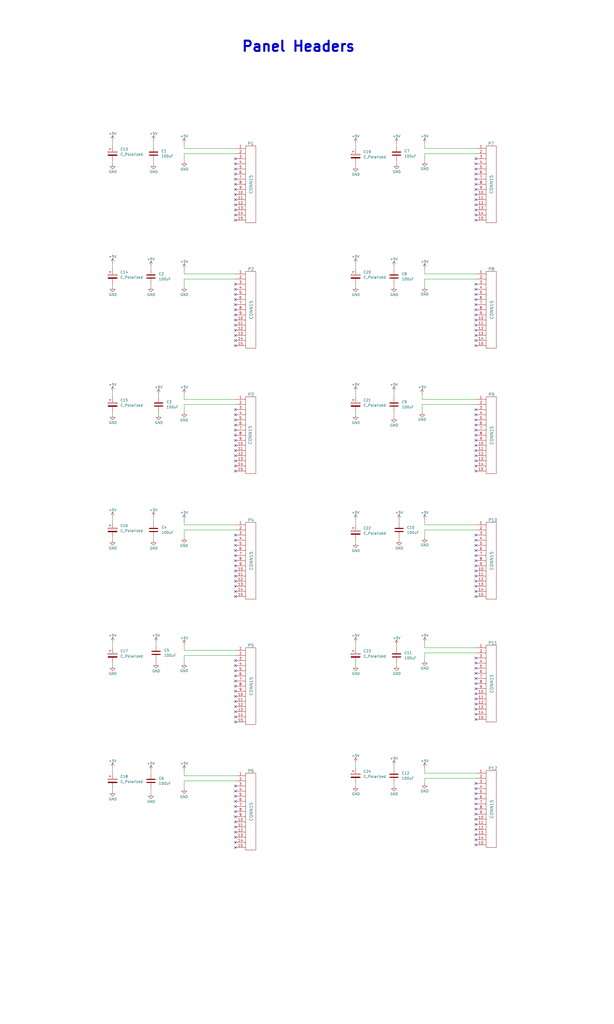
<source format=kicad_sch>
(kicad_sch (version 20250114) (generator "eeschema") (generator_version "9.0")
  (paper "User" 304.8 508)
  (title_block (title "Arena 12-12 Belt :: Modular LED Display") (date "2025-07-25") (rev "v12.2") (company "MCN-NET @ Janelia"))
  (lib_symbols
    (symbol "Device:C" (pin_numbers (hide yes)) (pin_names (offset 0.254))
      (property "Reference" "C" (at 0.635 2.54 0))
      (property "Value" "C" (at 0.635 -2.54 0))
      (symbol "C_0_1"
        (polyline (pts (xy -2.032 0.762) (xy 2.032 0.762)) (stroke (width 0.508)))
        (polyline (pts (xy -2.032 -0.762) (xy 2.032 -0.762)) (stroke (width 0.508)))
      )
      (symbol "C_1_1"
        (pin passive line (at 0 3.81 270) (length 2.794) (name "~") (number "1"))
        (pin passive line (at 0 -3.81 90) (length 2.794) (name "~") (number "2"))
      )
    )
    (symbol "Device:C_Polarized" (pin_numbers (hide yes)) (pin_names (offset 0.254))
      (property "Reference" "C" (at 0.635 2.54 0))
      (property "Value" "C_Polarized" (at 0.635 -2.54 0))
      (symbol "C_Polarized_0_1"
        (rectangle (start -2.286 0.508) (end 2.286 1.016))
        (polyline (pts (xy -1.778 2.286) (xy -0.762 2.286)))
        (polyline (pts (xy -1.27 2.794) (xy -1.27 1.778)))
        (rectangle (start 2.286 -0.508) (end -2.286 -1.016) (fill (type outline)))
      )
      (symbol "C_Polarized_1_1"
        (pin passive line (at 0 3.81 270) (length 2.794) (name "~") (number "1"))
        (pin passive line (at 0 -3.81 90) (length 2.794) (name "~") (number "2"))
      )
    )
    (symbol "arena_custom:CONN15" (pin_names (offset 1.016))
      (property "Reference" "P" (at -17.78 6.35 0))
      (property "Value" "CONN15" (at 13.97 6.35 0))
      (symbol "CONN15_0_1"
        (rectangle (start -19.05 5.08) (end 19.05 0))
      )
      (symbol "CONN15_1_1"
        (pin passive line (at -17.78 -5.08 90) (length 5.08) (name "~") (number "1"))
        (pin passive line (at -15.24 -5.08 90) (length 5.08) (name "~") (number "2"))
        (pin passive line (at -12.7 -5.08 90) (length 5.08) (name "~") (number "3"))
        (pin passive line (at -10.16 -5.08 90) (length 5.08) (name "~") (number "4"))
        (pin passive line (at -7.62 -5.08 90) (length 5.08) (name "~") (number "5"))
        (pin passive line (at -5.08 -5.08 90) (length 5.08) (name "~") (number "6"))
        (pin passive line (at -2.54 -5.08 90) (length 5.08) (name "~") (number "7"))
        (pin passive line (at 0 -5.08 90) (length 5.08) (name "~") (number "8"))
        (pin passive line (at 2.54 -5.08 90) (length 5.08) (name "~") (number "9"))
        (pin passive line (at 5.08 -5.08 90) (length 5.08) (name "~") (number "10"))
        (pin passive line (at 7.62 -5.08 90) (length 5.08) (name "~") (number "11"))
        (pin passive line (at 10.16 -5.08 90) (length 5.08) (name "~") (number "12"))
        (pin passive line (at 12.7 -5.08 90) (length 5.08) (name "~") (number "13"))
        (pin passive line (at 15.24 -5.08 90) (length 5.08) (name "~") (number "14"))
        (pin passive line (at 17.78 -5.08 90) (length 5.08) (name "~") (number "15"))
      )
    )
    (symbol "power:+5V" (power) (pin_names (offset 0))
      (property "Value" "+5V" (at 0 3.556 0))
      (symbol "+5V_0_1"
        (polyline (pts (xy -0.762 1.27) (xy 0 2.54)))
        (polyline (pts (xy 0 2.54) (xy 0.762 1.27)))
        (polyline (pts (xy 0 0) (xy 0 2.54)))
      )
      (symbol "+5V_1_1"
        (pin power_in line (at 0 0 90) (length 0) (hide yes) (name "+5V") (number "1"))
      )
    )
    (symbol "power:GND" (power) (pin_names (offset 0))
      (property "Value" "GND" (at 0 -3.81 0))
      (symbol "GND_0_1"
        (polyline (pts (xy 0 0) (xy 0 -1.27) (xy 1.27 -1.27) (xy 0 -2.54) (xy -1.27 -1.27) (xy 0 -1.27)))
      )
      (symbol "GND_1_1"
        (pin power_in line (at 0 0 270) (length 0) (hide yes) (name "GND") (number "1"))
      )
    )
  )
  (bus_alias "PAN3V" (members "RESET" "SCK_0" "MOSI_0" "MISO_0" "SCK_1" "MOSI_1" "MISO_1" "CS_00" "CS_01" "CS_02" "CS_03" "CS_04" "CS_05" "CS_06" "CS_07" "CS_08" "CS_09" "CS_10" "CS_11" "CS_12" "CS_13" "CS_14" "CS_15" "CS_16" "CS_17" "CS_18" "CS_19" "CS_20" "CS_21" "CS_22" "CS_23" "CS_24" "CS_25" "CS_26" "CS_27" "CS_28" "CS_29" "EXT_INT"))
  (bus_alias "PAN5V" (members "SCK_0_P1" "SCK_0_P2" "SCK_0_P3" "SCK_0_P4" "SCK_0_P5" "SCK_0_P5" "SCK_0_P6" "MOSI_0_P1" "MOSI_0_P2" "MOSI_0_P3" "MOSI_0_P4" "MOSI_0_P5" "MOSI_0_P6" "SCK_1_P7" "SCK_1_P8" "SCK_1_P9" "SCK_1_P10" "SCK_1_P11" "SCK_1_P12" "MOSI_1_P7" "MOSI_1_P8" "MOSI_1_P9" "MOSI_1_P10" "MOSI_1_P11" "MOSI_1_P12" "CS_00_P1" "CS_00_P7" "CS_01_P1" "CS_01_P7" "CS_02_P1" "CS_02_P7" "CS_03_P1" "CS_03_P7" "CS_04_P1" "CS_04_P7" "CS_05_P2" "CS_05_P8" "CS_06_P2" "CS_06_P8" "CS_07_P2" "CS_07_P8" "CS_08_P2" "CS_08_P8" "CS_09_P2" "CS_09_P8" "CS_10_P3" "CS_10_P9" "CS_11_P3" "CS_11_P9" "CS_12_P3" "CS_12_P9" "CS_13_P3" "CS_13_P9" "CS_14_P3" "CS_14_P9" "CS_15_P4" "CS_15_P10" "CS_16_P4" "CS_16_P10" "CS_17_P4" "CS_17_P10" "CS_18_P4" "CS_18_P10" "CS_19_P4" "CS_19_P10" "CS_20_P5" "CS_20_P11" "CS_21_P5" "CS_21_P11" "CS_22_P5" "CS_22_P11" "CS_23_P5" "CS_23_P11" "CS_24_P5" "CS_24_P11" "CS_25_P6" "CS_25_P12" "CS_26_P6" "CS_26_P12" "CS_27_P6" "CS_27_P12" "CS_28_P6" "CS_28_P12" "CS_29_P6" "CS_29_P12" "MISO_0" "MISO_1" "RESET" "EXT_INT"))
  (text "Panel Headers" (at 119.634 26.162 0) (effects (font (size 5.08 5.08) (thickness 1.016) (bold yes)) (justify left bottom)))
  (no_connect (at 236.22 208.28))
  (no_connect (at 116.84 140.97))
  (no_connect (at 236.22 267.97))
  (no_connect (at 116.84 78.74))
  (no_connect (at 116.84 101.6))
  (no_connect (at 116.84 358.14))
  (no_connect (at 236.22 153.67))
  (no_connect (at 236.22 393.7))
  (no_connect (at 236.22 403.86))
  (no_connect (at 116.84 389.89))
  (no_connect (at 116.84 267.97))
  (no_connect (at 236.22 326.39))
  (no_connect (at 116.84 412.75))
  (no_connect (at 116.84 153.67))
  (no_connect (at 236.22 354.33))
  (no_connect (at 236.22 93.98))
  (no_connect (at 236.22 109.22))
  (no_connect (at 236.22 213.36))
  (no_connect (at 116.84 148.59))
  (no_connect (at 116.84 273.05))
  (no_connect (at 116.84 213.36))
  (no_connect (at 116.84 392.43))
  (no_connect (at 116.84 96.52))
  (no_connect (at 116.84 106.68))
  (no_connect (at 236.22 163.83))
  (no_connect (at 116.84 283.21))
  (no_connect (at 236.22 215.9))
  (no_connect (at 236.22 280.67))
  (no_connect (at 236.22 143.51))
  (no_connect (at 116.84 275.59))
  (no_connect (at 236.22 166.37))
  (no_connect (at 116.84 353.06))
  (no_connect (at 236.22 346.71))
  (no_connect (at 116.84 158.75))
  (no_connect (at 236.22 293.37))
  (no_connect (at 116.84 143.51))
  (no_connect (at 116.84 171.45))
  (no_connect (at 116.84 290.83))
  (no_connect (at 236.22 275.59))
  (no_connect (at 116.84 91.44))
  (no_connect (at 236.22 88.9))
  (no_connect (at 116.84 265.43))
  (no_connect (at 236.22 78.74))
  (no_connect (at 116.84 231.14))
  (no_connect (at 116.84 228.6))
  (no_connect (at 116.84 86.36))
  (no_connect (at 116.84 203.2))
  (no_connect (at 116.84 280.67))
  (no_connect (at 116.84 109.22))
  (no_connect (at 116.84 270.51))
  (no_connect (at 236.22 265.43))
  (no_connect (at 236.22 210.82))
  (no_connect (at 116.84 93.98))
  (no_connect (at 116.84 210.82))
  (no_connect (at 116.84 394.97))
  (no_connect (at 236.22 148.59))
  (no_connect (at 116.84 146.05))
  (no_connect (at 116.84 350.52))
  (no_connect (at 116.84 168.91))
  (no_connect (at 236.22 388.62))
  (no_connect (at 236.22 414.02))
  (no_connect (at 116.84 226.06))
  (no_connect (at 236.22 290.83))
  (no_connect (at 116.84 99.06))
  (no_connect (at 236.22 146.05))
  (no_connect (at 236.22 96.52))
  (no_connect (at 236.22 99.06))
  (no_connect (at 116.84 278.13))
  (no_connect (at 236.22 356.87))
  (no_connect (at 116.84 288.29))
  (no_connect (at 236.22 288.29))
  (no_connect (at 116.84 340.36))
  (no_connect (at 116.84 295.91))
  (no_connect (at 116.84 208.28))
  (no_connect (at 236.22 83.82))
  (no_connect (at 116.84 327.66))
  (no_connect (at 236.22 231.14))
  (no_connect (at 236.22 158.75))
  (no_connect (at 236.22 273.05))
  (no_connect (at 236.22 398.78))
  (no_connect (at 236.22 411.48))
  (no_connect (at 116.84 81.28))
  (no_connect (at 116.84 83.82))
  (no_connect (at 116.84 420.37))
  (no_connect (at 116.84 400.05))
  (no_connect (at 236.22 331.47))
  (no_connect (at 236.22 205.74))
  (no_connect (at 236.22 328.93))
  (no_connect (at 236.22 140.97))
  (no_connect (at 116.84 104.14))
  (no_connect (at 116.84 205.74))
  (no_connect (at 236.22 104.14))
  (no_connect (at 236.22 295.91))
  (no_connect (at 116.84 163.83))
  (no_connect (at 236.22 334.01))
  (no_connect (at 116.84 293.37))
  (no_connect (at 116.84 397.51))
  (no_connect (at 236.22 416.56))
  (no_connect (at 236.22 171.45))
  (no_connect (at 236.22 339.09))
  (no_connect (at 116.84 345.44))
  (no_connect (at 236.22 203.2))
  (no_connect (at 236.22 161.29))
  (no_connect (at 236.22 401.32))
  (no_connect (at 116.84 405.13))
  (no_connect (at 116.84 347.98))
  (no_connect (at 236.22 106.68))
  (no_connect (at 236.22 226.06))
  (no_connect (at 116.84 332.74))
  (no_connect (at 116.84 335.28))
  (no_connect (at 116.84 415.29))
  (no_connect (at 236.22 408.94))
  (no_connect (at 116.84 161.29))
  (no_connect (at 116.84 330.2))
  (no_connect (at 236.22 419.1))
  (no_connect (at 236.22 396.24))
  (no_connect (at 236.22 86.36))
  (no_connect (at 236.22 391.16))
  (no_connect (at 116.84 220.98))
  (no_connect (at 236.22 228.6))
  (no_connect (at 236.22 233.68))
  (no_connect (at 116.84 223.52))
  (no_connect (at 236.22 218.44))
  (no_connect (at 236.22 220.98))
  (no_connect (at 116.84 285.75))
  (no_connect (at 116.84 410.21))
  (no_connect (at 236.22 351.79))
  (no_connect (at 116.84 218.44))
  (no_connect (at 236.22 101.6))
  (no_connect (at 116.84 407.67))
  (no_connect (at 116.84 337.82))
  (no_connect (at 236.22 151.13))
  (no_connect (at 236.22 336.55))
  (no_connect (at 116.84 156.21))
  (no_connect (at 236.22 349.25))
  (no_connect (at 116.84 417.83))
  (no_connect (at 116.84 233.68))
  (no_connect (at 236.22 406.4))
  (no_connect (at 236.22 223.52))
  (no_connect (at 116.84 215.9))
  (no_connect (at 116.84 342.9))
  (no_connect (at 116.84 151.13))
  (no_connect (at 116.84 402.59))
  (no_connect (at 236.22 91.44))
  (no_connect (at 236.22 278.13))
  (no_connect (at 236.22 341.63))
  (no_connect (at 236.22 283.21))
  (no_connect (at 116.84 166.37))
  (no_connect (at 236.22 156.21))
  (no_connect (at 236.22 81.28))
  (no_connect (at 116.84 88.9))
  (no_connect (at 236.22 168.91))
  (no_connect (at 236.22 344.17))
  (no_connect (at 236.22 270.51))
  (no_connect (at 236.22 285.75))
  (no_connect (at 116.84 355.6))
  (wire (pts (xy 198.12 257.81) (xy 198.12 259.08)))
  (wire (pts (xy 176.53 257.81) (xy 176.53 260.35)))
  (wire (pts (xy 210.82 386.08) (xy 236.22 386.08)))
  (wire (pts (xy 91.44 384.81) (xy 116.84 384.81)))
  (wire (pts (xy 210.82 323.85) (xy 210.82 327.66)))
  (wire (pts (xy 91.44 195.58) (xy 91.44 198.12)))
  (wire (pts (xy 195.58 142.24) (xy 195.58 140.97)))
  (wire (pts (xy 91.44 325.12) (xy 91.44 328.93)))
  (wire (pts (xy 91.44 262.89) (xy 91.44 266.7)))
  (wire (pts (xy 55.88 381) (xy 55.88 383.54)))
  (wire (pts (xy 91.44 198.12) (xy 116.84 198.12)))
  (wire (pts (xy 55.88 318.77) (xy 55.88 321.31)))
  (wire (pts (xy 91.44 322.58) (xy 116.84 322.58)))
  (wire (pts (xy 91.44 320.04) (xy 91.44 322.58)))
  (wire (pts (xy 91.44 387.35) (xy 116.84 387.35)))
  (wire (pts (xy 176.53 130.81) (xy 176.53 133.35)))
  (wire (pts (xy 196.85 320.04) (xy 196.85 321.31)))
  (wire (pts (xy 209.55 195.58) (xy 209.55 198.12)))
  (wire (pts (xy 76.2 80.01) (xy 76.2 81.28)))
  (wire (pts (xy 209.55 200.66) (xy 209.55 204.47)))
  (wire (pts (xy 91.44 382.27) (xy 91.44 384.81)))
  (wire (pts (xy 91.44 260.35) (xy 116.84 260.35)))
  (wire (pts (xy 55.88 328.93) (xy 55.88 330.2)))
  (wire (pts (xy 91.44 133.35) (xy 91.44 135.89)))
  (wire (pts (xy 176.53 388.62) (xy 176.53 389.89)))
  (wire (pts (xy 196.85 80.01) (xy 196.85 81.28)))
  (wire (pts (xy 55.88 130.81) (xy 55.88 133.35)))
  (wire (pts (xy 210.82 71.12) (xy 210.82 73.66)))
  (wire (pts (xy 91.44 200.66) (xy 116.84 200.66)))
  (wire (pts (xy 74.93 391.16) (xy 74.93 393.7)))
  (wire (pts (xy 176.53 318.77) (xy 176.53 321.31)))
  (wire (pts (xy 76.2 69.85) (xy 76.2 72.39)))
  (polyline (pts (xy 202.057 388.366) (xy 202.057 388.493)))
  (wire (pts (xy 176.53 81.28) (xy 176.53 82.55)))
  (wire (pts (xy 198.12 266.7) (xy 198.12 267.97)))
  (wire (pts (xy 196.85 328.93) (xy 196.85 330.2)))
  (wire (pts (xy 195.58 379.73) (xy 195.58 381)))
  (wire (pts (xy 55.88 140.97) (xy 55.88 142.24)))
  (wire (pts (xy 74.93 382.27) (xy 74.93 383.54)))
  (wire (pts (xy 210.82 138.43) (xy 236.22 138.43)))
  (wire (pts (xy 210.82 257.81) (xy 210.82 260.35)))
  (wire (pts (xy 210.82 73.66) (xy 236.22 73.66)))
  (wire (pts (xy 91.44 73.66) (xy 116.84 73.66)))
  (wire (pts (xy 176.53 71.12) (xy 176.53 73.66)))
  (wire (pts (xy 91.44 262.89) (xy 116.84 262.89)))
  (wire (pts (xy 209.55 200.66) (xy 236.22 200.66)))
  (wire (pts (xy 78.74 195.58) (xy 78.74 196.85)))
  (wire (pts (xy 210.82 321.31) (xy 236.22 321.31)))
  (wire (pts (xy 210.82 260.35) (xy 236.22 260.35)))
  (wire (pts (xy 91.44 138.43) (xy 116.84 138.43)))
  (wire (pts (xy 55.88 266.7) (xy 55.88 267.97)))
  (wire (pts (xy 210.82 386.08) (xy 210.82 388.62)))
  (wire (pts (xy 210.82 262.89) (xy 210.82 266.7)))
  (wire (pts (xy 78.74 204.47) (xy 78.74 205.74)))
  (wire (pts (xy 210.82 262.89) (xy 236.22 262.89)))
  (wire (pts (xy 77.47 318.77) (xy 77.47 320.04)))
  (wire (pts (xy 55.88 256.54) (xy 55.88 259.08)))
  (wire (pts (xy 209.55 198.12) (xy 236.22 198.12)))
  (wire (pts (xy 91.44 257.81) (xy 91.44 260.35)))
  (wire (pts (xy 210.82 76.2) (xy 210.82 80.01)))
  (wire (pts (xy 210.82 323.85) (xy 236.22 323.85)))
  (wire (pts (xy 55.88 80.01) (xy 55.88 81.28)))
  (wire (pts (xy 176.53 267.97) (xy 176.53 269.24)))
  (wire (pts (xy 210.82 135.89) (xy 236.22 135.89)))
  (wire (pts (xy 210.82 383.54) (xy 236.22 383.54)))
  (wire (pts (xy 195.58 204.47) (xy 195.58 207.01)))
  (wire (pts (xy 74.93 132.08) (xy 74.93 133.35)))
  (wire (pts (xy 176.53 328.93) (xy 176.53 330.2)))
  (wire (pts (xy 195.58 194.31) (xy 195.58 196.85)))
  (wire (pts (xy 210.82 138.43) (xy 210.82 142.24)))
  (wire (pts (xy 91.44 387.35) (xy 91.44 391.16)))
  (wire (pts (xy 76.2 256.54) (xy 76.2 259.08)))
  (wire (pts (xy 91.44 200.66) (xy 91.44 204.47)))
  (wire (pts (xy 91.44 76.2) (xy 91.44 80.01)))
  (wire (pts (xy 210.82 318.77) (xy 210.82 321.31)))
  (wire (pts (xy 176.53 140.97) (xy 176.53 142.24)))
  (wire (pts (xy 91.44 76.2) (xy 116.84 76.2)))
  (wire (pts (xy 195.58 132.08) (xy 195.58 133.35)))
  (wire (pts (xy 210.82 133.35) (xy 210.82 135.89)))
  (wire (pts (xy 176.53 194.31) (xy 176.53 196.85)))
  (wire (pts (xy 91.44 138.43) (xy 91.44 142.24)))
  (wire (pts (xy 76.2 266.7) (xy 76.2 267.97)))
  (wire (pts (xy 210.82 76.2) (xy 236.22 76.2)))
  (wire (pts (xy 77.47 327.66) (xy 77.47 328.93)))
  (wire (pts (xy 74.93 140.97) (xy 74.93 142.24)))
  (wire (pts (xy 196.85 71.12) (xy 196.85 72.39)))
  (wire (pts (xy 210.82 381) (xy 210.82 383.54)))
  (wire (pts (xy 91.44 135.89) (xy 116.84 135.89)))
  (wire (pts (xy 91.44 325.12) (xy 116.84 325.12)))
  (wire (pts (xy 91.44 71.12) (xy 91.44 73.66)))
  (wire (pts (xy 55.88 194.31) (xy 55.88 196.85)))
  (wire (pts (xy 55.88 391.16) (xy 55.88 392.43)))
  (wire (pts (xy 55.88 204.47) (xy 55.88 205.74)))
  (wire (pts (xy 195.58 388.62) (xy 195.58 389.89)))
  (wire (pts (xy 55.88 69.85) (xy 55.88 72.39)))
  (wire (pts (xy 176.53 378.46) (xy 176.53 381)))
  (wire (pts (xy 176.53 204.47) (xy 176.53 205.74)))
  (symbol (lib_id "power:GND") (at 210.82 80.01 0) (unit 1)
    (property "Reference" "#PWR044" (effects (hide yes)))
    (property "Value" "GND" (at 210.82 83.693 0))
  )
  (symbol (lib_id "power:+5V") (at 91.44 382.27 0) (unit 1)
    (property "Reference" "#PWR038" (effects (hide yes)))
    (property "Value" "+5V" (at 91.44 378.714 0))
  )
  (symbol (lib_id "Device:C") (at 195.58 137.16 0) (unit 1)
    (property "Reference" "C8" (at 199.39 135.8899 0) (effects (justify left)))
    (property "Value" "100uF" (at 199.39 138.4299 0) (effects (justify left)))
    (property "Footprint" "Capacitor_SMD:C_1210_3225Metric" (effects (hide yes)))
    (property "Datasheet" "https://www.lcsc.com/datasheet/lcsc_datasheet_2403201122_Chinocera-HGC1210R5107M160NSVK_C7432790.pdf" (effects (hide yes)))
    (property "LCSC Part #" "C7432790" (effects (hide yes)))
    (property "MPN" "HGC1210R5107M160NSVK" (effects (hide yes)))
  )
  (symbol (lib_id "arena_custom:CONN15") (at 121.92 340.36 270) (unit 1)
    (property "Reference" "P5" (at 122.936 320.167 90) (effects (font (size 1.524 1.524)) (justify left)))
    (property "Value" "CONN15" (at 124.714 335.661 0) (effects (font (size 1.524 1.524)) (justify left)))
    (property "Footprint" "Connector_PinHeader_2.54mm:PinHeader_1x15_P2.54mm_Horizontal" (effects (hide yes)))
    (property "Datasheet" "https://lcsc.com/datasheet/lcsc_datasheet_2410121532_chxunda-XDZ254-1-15-W-2-5-G1_C18905875.pdf" (effects (hide yes)))
    (property "DigiKey PN" "S1011EC-40-ND" (effects (hide yes)))
    (property "LCSC Part #" "C18905875" (effects (hide yes)))
    (property "MPN" "XDZ254-1-15-W-2.5-G1" (effects (hide yes)))
  )
  (symbol (lib_id "power:+5V") (at 55.88 318.77 0) (unit 1)
    (property "Reference" "#PWR017" (effects (hide yes)))
    (property "Value" "+5V" (at 55.88 315.214 0))
  )
  (symbol (lib_id "Device:C_Polarized") (at 55.88 76.2 0) (unit 1)
    (property "Reference" "C13" (at 59.69 74.0409 0) (effects (justify left)))
    (property "Value" "C_Polarized" (at 59.69 76.5809 0) (effects (justify left)))
    (property "Footprint" "Capacitor_SMD:CP_Elec_6.3x7.7" (effects (hide yes)))
    (property "Datasheet" "https://octopart.com/datasheet/eeefth101xap-panasonic-19787188" (effects (hide yes)))
    (property "Description" "Polarized capacitor" (effects (hide yes)))
    (property "DigiKey PN" "PCE5024TR-ND" (effects (hide yes)))
    (property "LCSC Part #" "C165974" (effects (hide yes)))
    (property "MPN" "EEEFTH101XAP" (effects (hide yes)))
  )
  (symbol (lib_id "power:GND") (at 91.44 142.24 0) (unit 1)
    (property "Reference" "#PWR051" (effects (hide yes)))
    (property "Value" "GND" (at 91.567 146.177 0))
  )
  (symbol (lib_id "power:GND") (at 74.93 393.7 0) (unit 1)
    (property "Reference" "#PWR090" (effects (hide yes)))
    (property "Value" "GND" (at 75.057 397.637 0))
  )
  (symbol (lib_id "Device:C_Polarized") (at 55.88 200.66 0) (unit 1)
    (property "Reference" "C15" (at 59.69 198.5009 0) (effects (justify left)))
    (property "Value" "C_Polarized" (at 59.69 201.0409 0) (effects (justify left)))
    (property "Footprint" "Capacitor_SMD:CP_Elec_6.3x7.7" (effects (hide yes)))
    (property "Datasheet" "https://octopart.com/datasheet/eeefth101xap-panasonic-19787188" (effects (hide yes)))
    (property "Description" "Polarized capacitor" (effects (hide yes)))
    (property "DigiKey PN" "PCE5024TR-ND" (effects (hide yes)))
    (property "LCSC Part #" "C165974" (effects (hide yes)))
    (property "MPN" "EEEFTH101XAP" (effects (hide yes)))
  )
  (symbol (lib_id "power:+5V") (at 55.88 381 0) (unit 1)
    (property "Reference" "#PWR019" (effects (hide yes)))
    (property "Value" "+5V" (at 55.88 377.444 0))
  )
  (symbol (lib_id "Device:C") (at 198.12 262.89 0) (unit 1)
    (property "Reference" "C10" (at 201.93 261.6199 0) (effects (justify left)))
    (property "Value" "100uF" (at 201.93 264.1599 0) (effects (justify left)))
    (property "Footprint" "Capacitor_SMD:C_1210_3225Metric" (effects (hide yes)))
    (property "Datasheet" "https://www.lcsc.com/datasheet/lcsc_datasheet_2403201122_Chinocera-HGC1210R5107M160NSVK_C7432790.pdf" (effects (hide yes)))
    (property "LCSC Part #" "C7432790" (effects (hide yes)))
    (property "MPN" "HGC1210R5107M160NSVK" (effects (hide yes)))
  )
  (symbol (lib_id "power:GND") (at 195.58 142.24 0) (unit 1)
    (property "Reference" "#PWR094" (effects (hide yes)))
    (property "Value" "GND" (at 195.707 146.177 0))
  )
  (symbol (lib_id "Device:C") (at 76.2 76.2 0) (unit 1)
    (property "Reference" "C1" (at 80.01 74.9299 0) (effects (justify left)))
    (property "Value" "100uF" (at 80.01 77.4699 0) (effects (justify left)))
    (property "Footprint" "Capacitor_SMD:C_1210_3225Metric" (effects (hide yes)))
    (property "Datasheet" "https://www.lcsc.com/datasheet/lcsc_datasheet_2403201122_Chinocera-HGC1210R5107M160NSVK_C7432790.pdf" (effects (hide yes)))
    (property "LCSC Part #" "C7432790" (effects (hide yes)))
    (property "MPN" "HGC1210R5107M160NSVK" (effects (hide yes)))
  )
  (symbol (lib_id "power:+5V") (at 195.58 132.08 0) (unit 1)
    (property "Reference" "#PWR093" (effects (hide yes)))
    (property "Value" "+5V" (at 195.58 128.524 0))
  )
  (symbol (lib_id "power:+5V") (at 176.53 130.81 0) (unit 1)
    (property "Reference" "#PWR027" (effects (hide yes)))
    (property "Value" "+5V" (at 176.53 127.254 0))
  )
  (symbol (lib_id "power:GND") (at 196.85 81.28 0) (unit 1)
    (property "Reference" "#PWR092" (effects (hide yes)))
    (property "Value" "GND" (at 196.977 85.217 0))
  )
  (symbol (lib_id "Device:C_Polarized") (at 55.88 137.16 0) (unit 1)
    (property "Reference" "C14" (at 59.69 135.0009 0) (effects (justify left)))
    (property "Value" "C_Polarized" (at 59.69 137.5409 0) (effects (justify left)))
    (property "Footprint" "Capacitor_SMD:CP_Elec_6.3x7.7" (effects (hide yes)))
    (property "Datasheet" "https://octopart.com/datasheet/eeefth101xap-panasonic-19787188" (effects (hide yes)))
    (property "Description" "Polarized capacitor" (effects (hide yes)))
    (property "DigiKey PN" "PCE5024TR-ND" (effects (hide yes)))
    (property "LCSC Part #" "C165974" (effects (hide yes)))
    (property "MPN" "EEEFTH101XAP" (effects (hide yes)))
  )
  (symbol (lib_id "Device:C_Polarized") (at 176.53 325.12 0) (unit 1)
    (property "Reference" "C23" (at 180.34 322.9609 0) (effects (justify left)))
    (property "Value" "C_Polarized" (at 180.34 325.5009 0) (effects (justify left)))
    (property "Footprint" "Capacitor_SMD:CP_Elec_6.3x7.7" (effects (hide yes)))
    (property "Datasheet" "https://octopart.com/datasheet/eeefth101xap-panasonic-19787188" (effects (hide yes)))
    (property "Description" "Polarized capacitor" (effects (hide yes)))
    (property "DigiKey PN" "PCE5024TR-ND" (effects (hide yes)))
    (property "LCSC Part #" "C165974" (effects (hide yes)))
    (property "MPN" "EEEFTH101XAP" (effects (hide yes)))
  )
  (symbol (lib_id "power:GND") (at 91.44 391.16 0) (unit 1)
    (property "Reference" "#PWR059" (effects (hide yes)))
    (property "Value" "GND" (at 91.313 395.224 0))
  )
  (symbol (lib_id "arena_custom:CONN15") (at 121.92 278.13 270) (unit 1)
    (property "Reference" "P4" (at 122.936 257.937 90) (effects (font (size 1.524 1.524)) (justify left)))
    (property "Value" "CONN15" (at 124.714 273.431 0) (effects (font (size 1.524 1.524)) (justify left)))
    (property "Footprint" "Connector_PinHeader_2.54mm:PinHeader_1x15_P2.54mm_Horizontal" (effects (hide yes)))
    (property "Datasheet" "https://lcsc.com/datasheet/lcsc_datasheet_2410121532_chxunda-XDZ254-1-15-W-2-5-G1_C18905875.pdf" (effects (hide yes)))
    (property "DigiKey PN" "S1011EC-40-ND" (effects (hide yes)))
    (property "LCSC Part #" "C18905875" (effects (hide yes)))
    (property "MPN" "XDZ254-1-15-W-2.5-G1" (effects (hide yes)))
  )
  (symbol (lib_id "Device:C_Polarized") (at 176.53 77.47 0) (unit 1)
    (property "Reference" "C19" (at 180.34 75.3109 0) (effects (justify left)))
    (property "Value" "C_Polarized" (at 180.34 77.8509 0) (effects (justify left)))
    (property "Footprint" "Capacitor_SMD:CP_Elec_6.3x7.7" (effects (hide yes)))
    (property "Datasheet" "https://octopart.com/datasheet/eeefth101xap-panasonic-19787188" (effects (hide yes)))
    (property "Description" "Polarized capacitor" (effects (hide yes)))
    (property "DigiKey PN" "PCE5024TR-ND" (effects (hide yes)))
    (property "LCSC Part #" "C165974" (effects (hide yes)))
    (property "MPN" "EEEFTH101XAP" (effects (hide yes)))
  )
  (symbol (lib_id "power:GND") (at 74.93 142.24 0) (unit 1)
    (property "Reference" "#PWR082" (effects (hide yes)))
    (property "Value" "GND" (at 75.057 146.177 0))
  )
  (symbol (lib_id "power:GND") (at 91.44 266.7 0) (unit 1)
    (property "Reference" "#PWR055" (effects (hide yes)))
    (property "Value" "GND" (at 91.44 270.637 0))
  )
  (symbol (lib_id "power:+5V") (at 210.82 381 0) (unit 1)
    (property "Reference" "#PWR058" (effects (hide yes)))
    (property "Value" "+5V" (at 210.82 377.444 0))
  )
  (symbol (lib_id "power:+5V") (at 91.44 71.12 0) (unit 1)
    (property "Reference" "#PWR02" (effects (hide yes)))
    (property "Value" "+5V" (at 91.44 67.564 0))
  )
  (symbol (lib_id "power:+5V") (at 210.82 71.12 0) (unit 1)
    (property "Reference" "#PWR078" (effects (hide yes)))
    (property "Value" "+5V" (at 210.82 67.564 0))
  )
  (symbol (lib_id "power:+5V") (at 77.47 318.77 0) (unit 1)
    (property "Reference" "#PWR087" (effects (hide yes)))
    (property "Value" "+5V" (at 77.47 315.214 0))
  )
  (symbol (lib_id "arena_custom:CONN15") (at 241.3 339.09 270) (unit 1)
    (property "Reference" "P11" (at 242.316 318.897 90) (effects (font (size 1.524 1.524)) (justify left)))
    (property "Value" "CONN15" (at 244.094 334.391 0) (effects (font (size 1.524 1.524)) (justify left)))
    (property "Footprint" "Connector_PinHeader_2.54mm:PinHeader_1x15_P2.54mm_Horizontal" (effects (hide yes)))
    (property "Datasheet" "https://lcsc.com/datasheet/lcsc_datasheet_2410121532_chxunda-XDZ254-1-15-W-2-5-G1_C18905875.pdf" (effects (hide yes)))
    (property "DigiKey PN" "S1011EC-40-ND" (effects (hide yes)))
    (property "LCSC Part #" "C18905875" (effects (hide yes)))
    (property "MPN" "XDZ254-1-15-W-2.5-G1" (effects (hide yes)))
  )
  (symbol (lib_id "power:GND") (at 55.88 205.74 0) (unit 1)
    (property "Reference" "#PWR014" (effects (hide yes)))
    (property "Value" "GND" (at 56.007 209.677 0))
  )
  (symbol (lib_id "Device:C") (at 76.2 262.89 0) (unit 1)
    (property "Reference" "C4" (at 80.137 261.6199 0) (effects (justify left)))
    (property "Value" "100uF" (at 80.137 264.1599 0) (effects (justify left)))
    (property "Footprint" "Capacitor_SMD:C_1210_3225Metric" (effects (hide yes)))
    (property "Datasheet" "https://www.lcsc.com/datasheet/lcsc_datasheet_2403201122_Chinocera-HGC1210R5107M160NSVK_C7432790.pdf" (effects (hide yes)))
    (property "LCSC Part #" "C7432790" (effects (hide yes)))
    (property "MPN" "HGC1210R5107M160NSVK" (effects (hide yes)))
  )
  (symbol (lib_id "Device:C") (at 195.58 200.66 0) (unit 1)
    (property "Reference" "C9" (at 199.39 199.3899 0) (effects (justify left)))
    (property "Value" "100uF" (at 199.39 201.9299 0) (effects (justify left)))
    (property "Footprint" "Capacitor_SMD:C_1210_3225Metric" (effects (hide yes)))
    (property "Datasheet" "https://www.lcsc.com/datasheet/lcsc_datasheet_2403201122_Chinocera-HGC1210R5107M160NSVK_C7432790.pdf" (effects (hide yes)))
    (property "LCSC Part #" "C7432790" (effects (hide yes)))
    (property "MPN" "HGC1210R5107M160NSVK" (effects (hide yes)))
  )
  (symbol (lib_id "power:GND") (at 55.88 392.43 0) (unit 1)
    (property "Reference" "#PWR020" (effects (hide yes)))
    (property "Value" "GND" (at 56.007 396.367 0))
  )
  (symbol (lib_id "Device:C_Polarized") (at 176.53 200.66 0) (unit 1)
    (property "Reference" "C21" (at 180.34 198.5009 0) (effects (justify left)))
    (property "Value" "C_Polarized" (at 180.34 201.0409 0) (effects (justify left)))
    (property "Footprint" "Capacitor_SMD:CP_Elec_6.3x7.7" (effects (hide yes)))
    (property "Datasheet" "https://octopart.com/datasheet/eeefth101xap-panasonic-19787188" (effects (hide yes)))
    (property "Description" "Polarized capacitor" (effects (hide yes)))
    (property "DigiKey PN" "PCE5024TR-ND" (effects (hide yes)))
    (property "LCSC Part #" "C165974" (effects (hide yes)))
    (property "MPN" "EEEFTH101XAP" (effects (hide yes)))
  )
  (symbol (lib_id "power:GND") (at 210.82 327.66 0) (unit 1)
    (property "Reference" "#PWR048" (effects (hide yes)))
    (property "Value" "GND" (at 210.82 331.47 0))
  )
  (symbol (lib_id "power:GND") (at 195.58 207.01 0) (unit 1)
    (property "Reference" "#PWR096" (effects (hide yes)))
    (property "Value" "GND" (at 195.707 210.947 0))
  )
  (symbol (lib_id "power:GND") (at 77.47 328.93 0) (unit 1)
    (property "Reference" "#PWR088" (effects (hide yes)))
    (property "Value" "GND" (at 77.597 332.867 0))
  )
  (symbol (lib_id "power:GND") (at 210.82 266.7 0) (unit 1)
    (property "Reference" "#PWR047" (effects (hide yes)))
    (property "Value" "GND" (at 210.82 270.383 0))
  )
  (symbol (lib_id "Device:C") (at 78.74 200.66 0) (unit 1)
    (property "Reference" "C3" (at 82.55 199.3899 0) (effects (justify left)))
    (property "Value" "100uF" (at 82.55 201.9299 0) (effects (justify left)))
    (property "Footprint" "Capacitor_SMD:C_1210_3225Metric" (effects (hide yes)))
    (property "Datasheet" "https://www.lcsc.com/datasheet/lcsc_datasheet_2403201122_Chinocera-HGC1210R5107M160NSVK_C7432790.pdf" (effects (hide yes)))
    (property "LCSC Part #" "C7432790" (effects (hide yes)))
    (property "MPN" "HGC1210R5107M160NSVK" (effects (hide yes)))
  )
  (symbol (lib_id "power:+5V") (at 196.85 71.12 0) (unit 1)
    (property "Reference" "#PWR091" (effects (hide yes)))
    (property "Value" "+5V" (at 196.85 67.564 0))
  )
  (symbol (lib_id "power:GND") (at 198.12 267.97 0) (unit 1)
    (property "Reference" "#PWR098" (effects (hide yes)))
    (property "Value" "GND" (at 198.247 271.907 0))
  )
  (symbol (lib_id "power:GND") (at 76.2 81.28 0) (unit 1)
    (property "Reference" "#PWR080" (effects (hide yes)))
    (property "Value" "GND" (at 76.327 85.217 0))
  )
  (symbol (lib_id "power:+5V") (at 198.12 257.81 0) (unit 1)
    (property "Reference" "#PWR097" (effects (hide yes)))
    (property "Value" "+5V" (at 198.12 254.254 0))
  )
  (symbol (lib_id "power:GND") (at 55.88 81.28 0) (unit 1)
    (property "Reference" "#PWR05" (effects (hide yes)))
    (property "Value" "GND" (at 56.007 85.217 0))
  )
  (symbol (lib_id "power:+5V") (at 195.58 379.73 0) (unit 1)
    (property "Reference" "#PWR0101" (effects (hide yes)))
    (property "Value" "+5V" (at 195.58 376.174 0))
  )
  (symbol (lib_id "arena_custom:CONN15") (at 241.3 215.9 270) (unit 1)
    (property "Reference" "P9" (at 242.316 195.707 90) (effects (font (size 1.524 1.524)) (justify left)))
    (property "Value" "CONN15" (at 244.094 211.201 0) (effects (font (size 1.524 1.524)) (justify left)))
    (property "Footprint" "Connector_PinHeader_2.54mm:PinHeader_1x15_P2.54mm_Horizontal" (effects (hide yes)))
    (property "Datasheet" "https://lcsc.com/datasheet/lcsc_datasheet_2410121532_chxunda-XDZ254-1-15-W-2-5-G1_C18905875.pdf" (effects (hide yes)))
    (property "DigiKey PN" "S1011EC-40-ND" (effects (hide yes)))
    (property "LCSC Part #" "C18905875" (effects (hide yes)))
    (property "MPN" "XDZ254-1-15-W-2.5-G1" (effects (hide yes)))
  )
  (symbol (lib_id "power:+5V") (at 195.58 194.31 0) (unit 1)
    (property "Reference" "#PWR095" (effects (hide yes)))
    (property "Value" "+5V" (at 195.58 190.754 0))
  )
  (symbol (lib_id "Device:C") (at 74.93 387.35 0) (unit 1)
    (property "Reference" "C6" (at 78.74 386.0799 0) (effects (justify left)))
    (property "Value" "100uF" (at 78.74 388.6199 0) (effects (justify left)))
    (property "Footprint" "Capacitor_SMD:C_1210_3225Metric" (effects (hide yes)))
    (property "Datasheet" "https://www.lcsc.com/datasheet/lcsc_datasheet_2403201122_Chinocera-HGC1210R5107M160NSVK_C7432790.pdf" (effects (hide yes)))
    (property "LCSC Part #" "C7432790" (effects (hide yes)))
    (property "MPN" "HGC1210R5107M160NSVK" (effects (hide yes)))
  )
  (symbol (lib_id "arena_custom:CONN15") (at 121.92 402.59 270) (unit 1)
    (property "Reference" "P6" (at 122.936 382.397 90) (effects (font (size 1.524 1.524)) (justify left)))
    (property "Value" "CONN15" (at 124.714 397.891 0) (effects (font (size 1.524 1.524)) (justify left)))
    (property "Footprint" "Connector_PinHeader_2.54mm:PinHeader_1x15_P2.54mm_Horizontal" (effects (hide yes)))
    (property "Datasheet" "https://lcsc.com/datasheet/lcsc_datasheet_2410121532_chxunda-XDZ254-1-15-W-2-5-G1_C18905875.pdf" (effects (hide yes)))
    (property "DigiKey PN" "S1011EC-40-ND" (effects (hide yes)))
    (property "LCSC Part #" "C18905875" (effects (hide yes)))
    (property "MPN" "XDZ254-1-15-W-2.5-G1" (effects (hide yes)))
  )
  (symbol (lib_id "power:GND") (at 55.88 330.2 0) (unit 1)
    (property "Reference" "#PWR018" (effects (hide yes)))
    (property "Value" "GND" (at 56.007 334.137 0))
  )
  (symbol (lib_id "power:GND") (at 91.44 328.93 0) (unit 1)
    (property "Reference" "#PWR057" (effects (hide yes)))
    (property "Value" "GND" (at 91.44 332.74 0))
  )
  (symbol (lib_id "Device:C_Polarized") (at 176.53 137.16 0) (unit 1)
    (property "Reference" "C20" (at 180.34 135.0009 0) (effects (justify left)))
    (property "Value" "C_Polarized" (at 180.34 137.5409 0) (effects (justify left)))
    (property "Footprint" "Capacitor_SMD:CP_Elec_6.3x7.7" (effects (hide yes)))
    (property "Datasheet" "https://octopart.com/datasheet/eeefth101xap-panasonic-19787188" (effects (hide yes)))
    (property "Description" "Polarized capacitor" (effects (hide yes)))
    (property "DigiKey PN" "PCE5024TR-ND" (effects (hide yes)))
    (property "LCSC Part #" "C165974" (effects (hide yes)))
    (property "MPN" "EEEFTH101XAP" (effects (hide yes)))
  )
  (symbol (lib_id "power:+5V") (at 76.2 256.54 0) (unit 1)
    (property "Reference" "#PWR085" (effects (hide yes)))
    (property "Value" "+5V" (at 76.2 252.984 0))
  )
  (symbol (lib_id "arena_custom:CONN15") (at 241.3 401.32 270) (unit 1)
    (property "Reference" "P12" (at 242.316 381.127 90) (effects (font (size 1.524 1.524)) (justify left)))
    (property "Value" "CONN15" (at 244.094 396.621 0) (effects (font (size 1.524 1.524)) (justify left)))
    (property "Footprint" "Connector_PinHeader_2.54mm:PinHeader_1x15_P2.54mm_Horizontal" (effects (hide yes)))
    (property "Datasheet" "https://lcsc.com/datasheet/lcsc_datasheet_2410121532_chxunda-XDZ254-1-15-W-2-5-G1_C18905875.pdf" (effects (hide yes)))
    (property "DigiKey PN" "S1011EC-40-ND" (effects (hide yes)))
    (property "LCSC Part #" "C18905875" (effects (hide yes)))
    (property "MPN" "XDZ254-1-15-W-2.5-G1" (effects (hide yes)))
  )
  (symbol (lib_id "power:+5V") (at 74.93 132.08 0) (unit 1)
    (property "Reference" "#PWR081" (effects (hide yes)))
    (property "Value" "+5V" (at 74.93 128.524 0))
  )
  (symbol (lib_id "arena_custom:CONN15") (at 121.92 91.44 270) (unit 1)
    (property "Reference" "P1" (at 122.809 71.247 90) (effects (font (size 1.524 1.524)) (justify left)))
    (property "Value" "CONN15" (at 124.587 86.741 0) (effects (font (size 1.524 1.524)) (justify left)))
    (property "Footprint" "Connector_PinHeader_2.54mm:PinHeader_1x15_P2.54mm_Horizontal" (effects (hide yes)))
    (property "Datasheet" "https://lcsc.com/datasheet/lcsc_datasheet_2410121532_chxunda-XDZ254-1-15-W-2-5-G1_C18905875.pdf" (effects (hide yes)))
    (property "DigiKey PN" "S1011EC-40-ND" (effects (hide yes)))
    (property "LCSC Part #" "C18905875" (effects (hide yes)))
    (property "MPN" "XDZ254-1-15-W-2.5-G1" (effects (hide yes)))
  )
  (symbol (lib_id "Device:C") (at 74.93 137.16 0) (unit 1)
    (property "Reference" "C2" (at 78.74 135.8899 0) (effects (justify left)))
    (property "Value" "100uF" (at 78.74 138.4299 0) (effects (justify left)))
    (property "Footprint" "Capacitor_SMD:C_1210_3225Metric" (effects (hide yes)))
    (property "Datasheet" "https://www.lcsc.com/datasheet/lcsc_datasheet_2403201122_Chinocera-HGC1210R5107M160NSVK_C7432790.pdf" (effects (hide yes)))
    (property "LCSC Part #" "C7432790" (effects (hide yes)))
    (property "MPN" "HGC1210R5107M160NSVK" (effects (hide yes)))
  )
  (symbol (lib_id "power:GND") (at 55.88 142.24 0) (unit 1)
    (property "Reference" "#PWR07" (effects (hide yes)))
    (property "Value" "GND" (at 56.007 146.177 0))
  )
  (symbol (lib_id "power:+5V") (at 91.44 133.35 0) (unit 1)
    (property "Reference" "#PWR021" (effects (hide yes)))
    (property "Value" "+5V" (at 91.44 129.794 0))
  )
  (symbol (lib_id "arena_custom:CONN15") (at 241.3 153.67 270) (unit 1)
    (property "Reference" "P8" (at 242.316 133.477 90) (effects (font (size 1.524 1.524)) (justify left)))
    (property "Value" "CONN15" (at 244.094 148.971 0) (effects (font (size 1.524 1.524)) (justify left)))
    (property "Footprint" "Connector_PinHeader_2.54mm:PinHeader_1x15_P2.54mm_Horizontal" (effects (hide yes)))
    (property "Datasheet" "https://lcsc.com/datasheet/lcsc_datasheet_2410121532_chxunda-XDZ254-1-15-W-2-5-G1_C18905875.pdf" (effects (hide yes)))
    (property "DigiKey PN" "S1011EC-40-ND" (effects (hide yes)))
    (property "LCSC Part #" "C18905875" (effects (hide yes)))
    (property "MPN" "XDZ254-1-15-W-2.5-G1" (effects (hide yes)))
  )
  (symbol (lib_id "power:+5V") (at 55.88 194.31 0) (unit 1)
    (property "Reference" "#PWR012" (effects (hide yes)))
    (property "Value" "+5V" (at 55.88 190.754 0))
  )
  (symbol (lib_id "Device:C") (at 196.85 76.2 0) (unit 1)
    (property "Reference" "C7" (at 200.66 74.9299 0) (effects (justify left)))
    (property "Value" "100uF" (at 200.66 77.4699 0) (effects (justify left)))
    (property "Footprint" "Capacitor_SMD:C_1210_3225Metric" (effects (hide yes)))
    (property "Datasheet" "https://www.lcsc.com/datasheet/lcsc_datasheet_2403201122_Chinocera-HGC1210R5107M160NSVK_C7432790.pdf" (effects (hide yes)))
    (property "LCSC Part #" "C7432790" (effects (hide yes)))
    (property "MPN" "HGC1210R5107M160NSVK" (effects (hide yes)))
  )
  (symbol (lib_id "power:GND") (at 176.53 82.55 0) (unit 1)
    (property "Reference" "#PWR026" (effects (hide yes)))
    (property "Value" "GND" (at 176.657 86.487 0))
  )
  (symbol (lib_id "power:GND") (at 210.82 142.24 0) (unit 1)
    (property "Reference" "#PWR045" (effects (hide yes)))
    (property "Value" "GND" (at 210.82 145.923 0))
  )
  (symbol (lib_id "power:GND") (at 91.44 204.47 0) (unit 1)
    (property "Reference" "#PWR053" (effects (hide yes)))
    (property "Value" "GND" (at 91.44 208.407 0))
  )
  (symbol (lib_id "Device:C_Polarized") (at 55.88 387.35 0) (unit 1)
    (property "Reference" "C18" (at 59.69 385.1909 0) (effects (justify left)))
    (property "Value" "C_Polarized" (at 59.69 387.7309 0) (effects (justify left)))
    (property "Footprint" "Capacitor_SMD:CP_Elec_6.3x7.7" (effects (hide yes)))
    (property "Datasheet" "https://octopart.com/datasheet/eeefth101xap-panasonic-19787188" (effects (hide yes)))
    (property "Description" "Polarized capacitor" (effects (hide yes)))
    (property "DigiKey PN" "PCE5024TR-ND" (effects (hide yes)))
    (property "LCSC Part #" "C165974" (effects (hide yes)))
    (property "MPN" "EEEFTH101XAP" (effects (hide yes)))
  )
  (symbol (lib_id "power:+5V") (at 210.82 257.81 0) (unit 1)
    (property "Reference" "#PWR054" (effects (hide yes)))
    (property "Value" "+5V" (at 210.82 254.254 0))
  )
  (symbol (lib_id "power:+5V") (at 176.53 257.81 0) (unit 1)
    (property "Reference" "#PWR031" (effects (hide yes)))
    (property "Value" "+5V" (at 176.53 254.254 0))
  )
  (symbol (lib_id "power:+5V") (at 210.82 318.77 0) (unit 1)
    (property "Reference" "#PWR056" (effects (hide yes)))
    (property "Value" "+5V" (at 210.82 315.214 0))
  )
  (symbol (lib_id "power:+5V") (at 176.53 71.12 0) (unit 1)
    (property "Reference" "#PWR025" (effects (hide yes)))
    (property "Value" "+5V" (at 176.53 67.564 0))
  )
  (symbol (lib_id "arena_custom:CONN15") (at 121.92 215.9 270) (unit 1)
    (property "Reference" "P3" (at 122.936 195.707 90) (effects (font (size 1.524 1.524)) (justify left)))
    (property "Value" "CONN15" (at 124.206 211.074 0) (effects (font (size 1.524 1.524)) (justify left)))
    (property "Footprint" "Connector_PinHeader_2.54mm:PinHeader_1x15_P2.54mm_Horizontal" (effects (hide yes)))
    (property "Datasheet" "https://lcsc.com/datasheet/lcsc_datasheet_2410121532_chxunda-XDZ254-1-15-W-2-5-G1_C18905875.pdf" (effects (hide yes)))
    (property "DigiKey PN" "S1011EC-40-ND" (effects (hide yes)))
    (property "LCSC Part #" "C18905875" (effects (hide yes)))
    (property "MPN" "XDZ254-1-15-W-2.5-G1" (effects (hide yes)))
  )
  (symbol (lib_id "Device:C") (at 195.58 384.81 0) (unit 1)
    (property "Reference" "C12" (at 199.39 383.5399 0) (effects (justify left)))
    (property "Value" "100uF" (at 199.39 386.0799 0) (effects (justify left)))
    (property "Footprint" "Capacitor_SMD:C_1210_3225Metric" (effects (hide yes)))
    (property "Datasheet" "https://www.lcsc.com/datasheet/lcsc_datasheet_2403201122_Chinocera-HGC1210R5107M160NSVK_C7432790.pdf" (effects (hide yes)))
    (property "LCSC Part #" "C7432790" (effects (hide yes)))
    (property "MPN" "HGC1210R5107M160NSVK" (effects (hide yes)))
  )
  (symbol (lib_id "power:GND") (at 176.53 142.24 0) (unit 1)
    (property "Reference" "#PWR028" (effects (hide yes)))
    (property "Value" "GND" (at 176.657 146.177 0))
  )
  (symbol (lib_id "power:+5V") (at 176.53 194.31 0) (unit 1)
    (property "Reference" "#PWR029" (effects (hide yes)))
    (property "Value" "+5V" (at 176.53 190.754 0))
  )
  (symbol (lib_id "power:GND") (at 176.53 205.74 0) (unit 1)
    (property "Reference" "#PWR030" (effects (hide yes)))
    (property "Value" "GND" (at 176.657 209.677 0))
  )
  (symbol (lib_id "power:+5V") (at 210.82 133.35 0) (unit 1)
    (property "Reference" "#PWR050" (effects (hide yes)))
    (property "Value" "+5V" (at 210.82 129.794 0))
  )
  (symbol (lib_id "power:+5V") (at 55.88 69.85 0) (unit 1)
    (property "Reference" "#PWR01" (effects (hide yes)))
    (property "Value" "+5V" (at 55.88 66.294 0))
  )
  (symbol (lib_id "power:+5V") (at 91.44 320.04 0) (unit 1)
    (property "Reference" "#PWR024" (effects (hide yes)))
    (property "Value" "+5V" (at 91.44 316.484 0))
  )
  (symbol (lib_id "power:+5V") (at 176.53 318.77 0) (unit 1)
    (property "Reference" "#PWR033" (effects (hide yes)))
    (property "Value" "+5V" (at 176.53 315.214 0))
  )
  (symbol (lib_id "power:GND") (at 176.53 330.2 0) (unit 1)
    (property "Reference" "#PWR034" (effects (hide yes)))
    (property "Value" "GND" (at 176.657 334.137 0))
  )
  (symbol (lib_id "power:GND") (at 176.53 269.24 0) (unit 1)
    (property "Reference" "#PWR032" (effects (hide yes)))
    (property "Value" "GND" (at 176.657 273.177 0))
  )
  (symbol (lib_id "power:+5V") (at 196.85 320.04 0) (unit 1)
    (property "Reference" "#PWR099" (effects (hide yes)))
    (property "Value" "+5V" (at 196.85 316.484 0))
  )
  (symbol (lib_id "Device:C_Polarized") (at 55.88 262.89 0) (unit 1)
    (property "Reference" "C16" (at 59.69 260.7309 0) (effects (justify left)))
    (property "Value" "C_Polarized" (at 59.69 263.2709 0) (effects (justify left)))
    (property "Footprint" "Capacitor_SMD:CP_Elec_6.3x7.7" (effects (hide yes)))
    (property "Datasheet" "https://octopart.com/datasheet/eeefth101xap-panasonic-19787188" (effects (hide yes)))
    (property "Description" "Polarized capacitor" (effects (hide yes)))
    (property "DigiKey PN" "PCE5024TR-ND" (effects (hide yes)))
    (property "LCSC Part #" "C165974" (effects (hide yes)))
    (property "MPN" "EEEFTH101XAP" (effects (hide yes)))
  )
  (symbol (lib_id "arena_custom:CONN15") (at 121.92 153.67 270) (unit 1)
    (property "Reference" "P2" (at 122.936 133.477 90) (effects (font (size 1.524 1.524)) (justify left)))
    (property "Value" "CONN15" (at 124.714 148.971 0) (effects (font (size 1.524 1.524)) (justify left)))
    (property "Footprint" "Connector_PinHeader_2.54mm:PinHeader_1x15_P2.54mm_Horizontal" (effects (hide yes)))
    (property "Datasheet" "https://lcsc.com/datasheet/lcsc_datasheet_2410121532_chxunda-XDZ254-1-15-W-2-5-G1_C18905875.pdf" (effects (hide yes)))
    (property "DigiKey PN" "S1011EC-40-ND" (effects (hide yes)))
    (property "LCSC Part #" "C18905875" (effects (hide yes)))
    (property "MPN" "XDZ254-1-15-W-2.5-G1" (effects (hide yes)))
  )
  (symbol (lib_id "power:GND") (at 55.88 267.97 0) (unit 1)
    (property "Reference" "#PWR016" (effects (hide yes)))
    (property "Value" "GND" (at 56.007 271.907 0))
  )
  (symbol (lib_id "power:+5V") (at 91.44 195.58 0) (unit 1)
    (property "Reference" "#PWR022" (effects (hide yes)))
    (property "Value" "+5V" (at 91.44 192.024 0))
  )
  (symbol (lib_id "power:+5V") (at 55.88 130.81 0) (unit 1)
    (property "Reference" "#PWR06" (effects (hide yes)))
    (property "Value" "+5V" (at 55.88 127.254 0))
  )
  (symbol (lib_id "power:+5V") (at 209.55 195.58 0) (unit 1)
    (property "Reference" "#PWR052" (effects (hide yes)))
    (property "Value" "+5V" (at 209.55 192.024 0))
  )
  (symbol (lib_id "power:GND") (at 91.44 80.01 0) (unit 1)
    (property "Reference" "#PWR03" (effects (hide yes)))
    (property "Value" "GND" (at 91.567 83.947 0))
  )
  (symbol (lib_id "power:GND") (at 78.74 205.74 0) (unit 1)
    (property "Reference" "#PWR084" (effects (hide yes)))
    (property "Value" "GND" (at 78.867 209.677 0))
  )
  (symbol (lib_id "Device:C_Polarized") (at 176.53 384.81 0) (unit 1)
    (property "Reference" "C24" (at 180.34 382.6509 0) (effects (justify left)))
    (property "Value" "C_Polarized" (at 180.34 385.1909 0) (effects (justify left)))
    (property "Footprint" "Capacitor_SMD:CP_Elec_6.3x7.7" (effects (hide yes)))
    (property "Datasheet" "https://octopart.com/datasheet/eeefth101xap-panasonic-19787188" (effects (hide yes)))
    (property "Description" "Polarized capacitor" (effects (hide yes)))
    (property "DigiKey PN" "PCE5024TR-ND" (effects (hide yes)))
    (property "LCSC Part #" "C165974" (effects (hide yes)))
    (property "MPN" "EEEFTH101XAP" (effects (hide yes)))
  )
  (symbol (lib_id "Device:C") (at 196.85 325.12 0) (unit 1)
    (property "Reference" "C11" (at 200.66 323.8499 0) (effects (justify left)))
    (property "Value" "100uF" (at 200.66 326.3899 0) (effects (justify left)))
    (property "Footprint" "Capacitor_SMD:C_1210_3225Metric" (effects (hide yes)))
    (property "Datasheet" "https://www.lcsc.com/datasheet/lcsc_datasheet_2403201122_Chinocera-HGC1210R5107M160NSVK_C7432790.pdf" (effects (hide yes)))
    (property "LCSC Part #" "C7432790" (effects (hide yes)))
    (property "MPN" "HGC1210R5107M160NSVK" (effects (hide yes)))
  )
  (symbol (lib_id "power:GND") (at 176.53 389.89 0) (unit 1)
    (property "Reference" "#PWR036" (effects (hide yes)))
    (property "Value" "GND" (at 176.657 393.827 0))
  )
  (symbol (lib_id "arena_custom:CONN15") (at 241.3 91.44 270) (unit 1)
    (property "Reference" "P7" (at 242.189 71.247 90) (effects (font (size 1.524 1.524)) (justify left)))
    (property "Value" "CONN15" (at 243.967 86.741 0) (effects (font (size 1.524 1.524)) (justify left)))
    (property "Footprint" "Connector_PinHeader_2.54mm:PinHeader_1x15_P2.54mm_Horizontal" (effects (hide yes)))
    (property "Datasheet" "https://lcsc.com/datasheet/lcsc_datasheet_2410121532_chxunda-XDZ254-1-15-W-2-5-G1_C18905875.pdf" (effects (hide yes)))
    (property "DigiKey PN" "S1011EC-40-ND" (effects (hide yes)))
    (property "LCSC Part #" "C18905875" (effects (hide yes)))
    (property "MPN" "XDZ254-1-15-W-2.5-G1" (effects (hide yes)))
  )
  (symbol (lib_id "power:+5V") (at 91.44 257.81 0) (unit 1)
    (property "Reference" "#PWR023" (effects (hide yes)))
    (property "Value" "+5V" (at 91.44 254.254 0))
  )
  (symbol (lib_id "power:+5V") (at 74.93 382.27 0) (unit 1)
    (property "Reference" "#PWR089" (effects (hide yes)))
    (property "Value" "+5V" (at 74.93 378.714 0))
  )
  (symbol (lib_id "power:GND") (at 210.82 388.62 0) (unit 1)
    (property "Reference" "#PWR049" (effects (hide yes)))
    (property "Value" "GND" (at 210.82 392.43 0))
  )
  (symbol (lib_id "power:+5V") (at 78.74 195.58 0) (unit 1)
    (property "Reference" "#PWR083" (effects (hide yes)))
    (property "Value" "+5V" (at 78.74 192.024 0))
  )
  (symbol (lib_id "arena_custom:CONN15") (at 241.3 278.13 270) (unit 1)
    (property "Reference" "P10" (at 242.316 257.937 90) (effects (font (size 1.524 1.524)) (justify left)))
    (property "Value" "CONN15" (at 244.094 273.431 0) (effects (font (size 1.524 1.524)) (justify left)))
    (property "Footprint" "Connector_PinHeader_2.54mm:PinHeader_1x15_P2.54mm_Horizontal" (effects (hide yes)))
    (property "Datasheet" "https://lcsc.com/datasheet/lcsc_datasheet_2410121532_chxunda-XDZ254-1-15-W-2-5-G1_C18905875.pdf" (effects (hide yes)))
    (property "DigiKey PN" "S1011EC-40-ND" (effects (hide yes)))
    (property "LCSC Part #" "C18905875" (effects (hide yes)))
    (property "MPN" "XDZ254-1-15-W-2.5-G1" (effects (hide yes)))
  )
  (symbol (lib_id "Device:C_Polarized") (at 55.88 325.12 0) (unit 1)
    (property "Reference" "C17" (at 59.69 322.9609 0) (effects (justify left)))
    (property "Value" "C_Polarized" (at 59.69 325.5009 0) (effects (justify left)))
    (property "Footprint" "Capacitor_SMD:CP_Elec_6.3x7.7" (effects (hide yes)))
    (property "Datasheet" "https://octopart.com/datasheet/eeefth101xap-panasonic-19787188" (effects (hide yes)))
    (property "Description" "Polarized capacitor" (effects (hide yes)))
    (property "DigiKey PN" "PCE5024TR-ND" (effects (hide yes)))
    (property "LCSC Part #" "C165974" (effects (hide yes)))
    (property "MPN" "EEEFTH101XAP" (effects (hide yes)))
  )
  (symbol (lib_id "power:GND") (at 195.58 389.89 0) (unit 1)
    (property "Reference" "#PWR0102" (effects (hide yes)))
    (property "Value" "GND" (at 195.707 393.827 0))
  )
  (symbol (lib_id "power:GND") (at 209.55 204.47 0) (unit 1)
    (property "Reference" "#PWR046" (effects (hide yes)))
    (property "Value" "GND" (at 209.55 208.153 0))
  )
  (symbol (lib_id "Device:C_Polarized") (at 176.53 264.16 0) (unit 1)
    (property "Reference" "C22" (at 180.34 262.0009 0) (effects (justify left)))
    (property "Value" "C_Polarized" (at 180.34 264.5409 0) (effects (justify left)))
    (property "Footprint" "Capacitor_SMD:CP_Elec_6.3x7.7" (effects (hide yes)))
    (property "Datasheet" "https://octopart.com/datasheet/eeefth101xap-panasonic-19787188" (effects (hide yes)))
    (property "Description" "Polarized capacitor" (effects (hide yes)))
    (property "DigiKey PN" "PCE5024TR-ND" (effects (hide yes)))
    (property "LCSC Part #" "C165974" (effects (hide yes)))
    (property "MPN" "EEEFTH101XAP" (effects (hide yes)))
  )
  (symbol (lib_id "power:GND") (at 76.2 267.97 0) (unit 1)
    (property "Reference" "#PWR086" (effects (hide yes)))
    (property "Value" "GND" (at 76.327 271.907 0))
  )
  (symbol (lib_id "Device:C") (at 77.47 323.85 0) (unit 1)
    (property "Reference" "C5" (at 81.407 322.5799 0) (effects (justify left)))
    (property "Value" "100uF" (at 81.407 325.1199 0) (effects (justify left)))
    (property "Footprint" "Capacitor_SMD:C_1210_3225Metric" (effects (hide yes)))
    (property "Datasheet" "https://www.lcsc.com/datasheet/lcsc_datasheet_2403201122_Chinocera-HGC1210R5107M160NSVK_C7432790.pdf" (effects (hide yes)))
    (property "LCSC Part #" "C7432790" (effects (hide yes)))
    (property "MPN" "HGC1210R5107M160NSVK" (effects (hide yes)))
  )
  (symbol (lib_id "power:GND") (at 196.85 330.2 0) (unit 1)
    (property "Reference" "#PWR0100" (effects (hide yes)))
    (property "Value" "GND" (at 196.977 334.137 0))
  )
  (symbol (lib_id "power:+5V") (at 176.53 378.46 0) (unit 1)
    (property "Reference" "#PWR035" (effects (hide yes)))
    (property "Value" "+5V" (at 176.53 374.904 0))
  )
  (symbol (lib_id "power:+5V") (at 76.2 69.85 0) (unit 1)
    (property "Reference" "#PWR079" (effects (hide yes)))
    (property "Value" "+5V" (at 76.2 66.294 0))
  )
  (symbol (lib_id "power:+5V") (at 55.88 256.54 0) (unit 1)
    (property "Reference" "#PWR015" (effects (hide yes)))
    (property "Value" "+5V" (at 55.88 252.984 0))
  )
)
</source>
